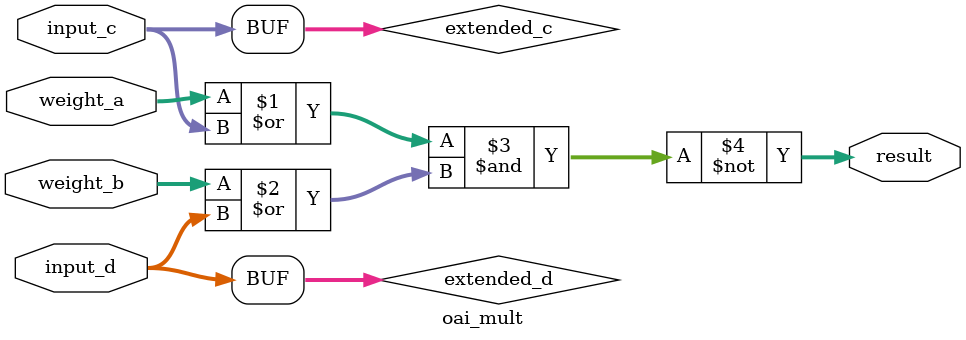
<source format=v>

module oai_mult (
    input      [11:0]       weight_a, // 来自存储器的权重 a
    input      [11:0]       weight_b, // 来自存储器的权重 b
    input      [11:0]       input_c,  // 来自输入的激活 c
    input      [11:0]       input_d,  // 来自输入的激活 d
    output     [11:0]       result    // 位乘法结果 e
);

    // 将1位的输入c和d扩展到12位
    wire [11:0] extended_c = {12{input_c}};
    wire [11:0] extended_d = {12{input_d}};

    // 执行12位并行的 OAI 逻辑运算 
    assign result = ~((weight_a | extended_c) & (weight_b | extended_d));

endmodule
</source>
